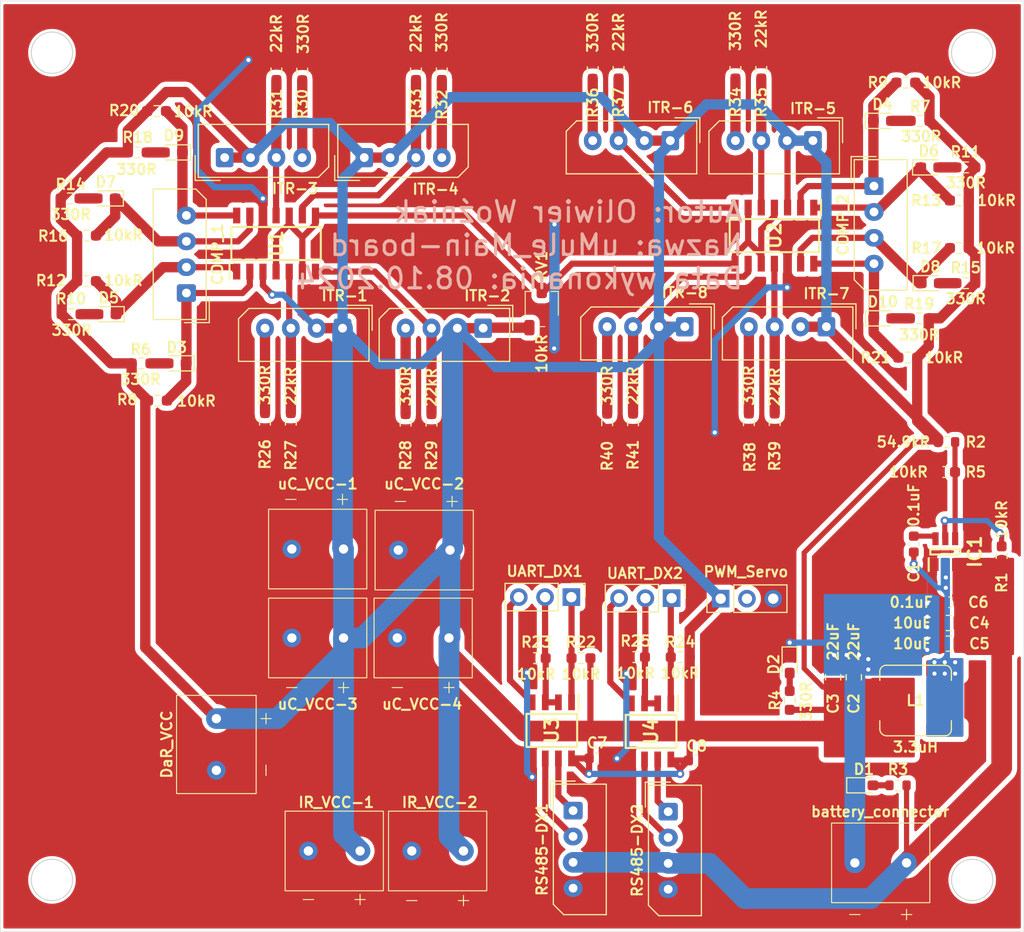
<source format=kicad_pcb>
(kicad_pcb (version 20240108) (generator "pcbnew") (generator_version "8.0")
  (layers (0 "F.Cu" signal) (31 "B.Cu" signal) (34 "B.Paste" user) (35 "F.Paste" user) (36 "B.SilkS" user "B.Silkscreen") (37 "F.SilkS" user "F.Silkscreen") (38 "B.Mask" user) (39 "F.Mask" user) (44 "Edge.Cuts" user))
  (net 0 "")
  (net 1 "Net-(IC1-VBST)")
  (net 2 "SW")
  (net 3 "GND")
  (net 4 "+5V")
  (net 5 "Przetwornica_VIN")
  (net 6 "Net-(D1-A)")
  (net 7 "Net-(D2-A)")
  (net 8 "COMP_IR_01")
  (net 9 "Net-(D3-A)")
  (net 10 "Net-(D4-A)")
  (net 11 "COMP_IR_05")
  (net 12 "COMP_IR_02")
  (net 13 "Net-(D5-A)")
  (net 14 "Net-(D6-A)")
  (net 15 "COMP_IR_06")
  (net 16 "Net-(D7-A)")
  (net 17 "COMP_IR_03")
  (net 18 "COMP_IR_07")
  (net 19 "Net-(D8-A)")
  (net 20 "Net-(D9-A)")
  (net 21 "COMP_IR_04")
  (net 22 "Net-(D10-A)")
  (net 23 "COMP_IR_08")
  (net 24 "Net-(IC1-VFB)")
  (net 25 "Net-(IC1-EN)")
  (net 26 "Net-(J2-Pin_2)")
  (net 27 "Net-(J2-Pin_1)")
  (net 28 "Net-(J2-Pin_3)")
  (net 29 "SERVO_UDAR_SIG")
  (net 30 "SIGNAL_IR_01")
  (net 31 "SIGNAL_IR_02")
  (net 32 "Net-(J5-Pin_3)")
  (net 33 "Net-(J5-Pin_1)")
  (net 34 "SIGNAL_IR_03")
  (net 35 "DX1_D+")
  (net 36 "DX1_D-")
  (net 37 "DX2_D+")
  (net 38 "DX2_D-")
  (net 39 "SIGNAL_IR_04")
  (net 40 "SIGNAL_IR_05")
  (net 41 "Net-(J5-Pin_2)")
  (net 42 "SIGNAL_IR_06")
  (net 43 "Net-(J8-Pin_4)")
  (net 44 "SIGNAL_IR_07")
  (net 45 "SIGNAL_IR_08")
  (net 46 "Net-(J14-Pin_4)")
  (net 47 "V_REF_IR")
  (net 48 "Net-(J9-Pin_4)")
  (net 49 "Net-(J13-Pin_4)")
  (net 50 "Net-(J16-Pin_4)")
  (net 51 "Net-(J7-Pin_4)")
  (net 52 "Net-(J12-Pin_4)")
  (net 53 "Net-(J15-Pin_4)")
  (footprint "Inductor_SMD:L_Bourns_SRP7028A_7.3x6.6mm" (layer "F.Cu") (at 208.525 117.65)
    (property "Reference" "L1")
    (property "Value" "3.3uH")
  )
  (footprint "Connector_Molex:Molex_SPOX_5267-04A_1x04_P2.50mm_Vertical" (layer "F.Cu") (at 141.705418 65.14127)
    (property "Reference" "J9" (hide yes))
    (property "Value" "ITR-3")
  )
  (footprint "Resistor_SMD:R_0603_1608Metric_Pad0.98x0.95mm_HandSolder" (layer "F.Cu") (at 207.5825 57.888 180)
    (property "Reference" "R9")
    (property "Value" "10kR")
  )
  (footprint "Resistor_SMD:R_0603_1608Metric_Pad0.98x0.95mm_HandSolder" (layer "F.Cu") (at 128.345 72.688)
    (property "Reference" "R16")
    (property "Value" "10kR")
  )
  (footprint "Resistor_SMD:R_0603_1608Metric_Pad0.98x0.95mm_HandSolder" (layer "F.Cu") (at 126.8575 80.288)
    (property "Reference" "R10")
    (property "Value" "330R")
  )
  (footprint "Resistor_SMD:R_0603_1608Metric_Pad0.98x0.95mm_HandSolder" (layer "F.Cu") (at 193.6 56.5875 90)
    (property "Reference" "R35")
    (property "Value" "22kR")
  )
  (footprint "LED_SMD:LED_0603_1608Metric_Pad1.05x0.95mm_HandSolder" (layer "F.Cu") (at 209.945 77.288)
    (property "Reference" "D8")
    (property "Value" "LED" (hide yes))
  )
  (footprint "User_defined_footprints:ARK 01x02 5mm" (layer "F.Cu") (at 160.9 111.6)
    (property "Reference" "J23" (hide yes))
    (property "Value" "uC_VCC-4")
  )
  (footprint "Resistor_SMD:R_0603_1608Metric_Pad0.98x0.95mm_HandSolder" (layer "F.Cu") (at 208.8825 80.688 180)
    (property "Reference" "R19")
    (property "Value" "330R")
  )
  (footprint "Capacitor_SMD:C_0805_2012Metric" (layer "F.Cu") (at 200.55 115.4 -90)
    (property "Reference" "C3")
    (property "Value" "22uF")
  )
  (footprint "Connector_Molex:Molex_SPOX_5267-04A_1x04_P2.50mm_Vertical" (layer "F.Cu") (at 166.705418 81.64127 180)
    (property "Reference" "J8" (hide yes))
    (property "Value" "ITR-2")
  )
  (footprint "Connector_Molex:Molex_SPOX_5267-04A_1x04_P2.50mm_Vertical" (layer "F.Cu") (at 155.205418 65.14127)
    (property "Reference" "J12" (hide yes))
    (property "Value" "ITR-4")
  )
  (footprint "Resistor_SMD:R_0603_1608Metric_Pad0.98x0.95mm_HandSolder" (layer "F.Cu") (at 212.7575 73.888 180)
    (property "Reference" "R17")
    (property "Value" "10kR")
  )
  (footprint "Resistor_SMD:R_0603_1608Metric_Pad0.98x0.95mm_HandSolder" (layer "F.Cu") (at 149.205418 56.75377 90)
    (property "Reference" "R30")
    (property "Value" "330R")
  )
  (footprint "Connector_PinHeader_2.54mm:PinHeader_1x03_P2.54mm_Vertical" (layer "F.Cu") (at 175.23 107.65 -90)
    (property "Reference" "J2" (hide yes))
    (property "Value" "UART_DX1")
  )
  (footprint "Resistor_SMD:R_0603_1608Metric" (layer "F.Cu") (at 206.825 125.85)
    (property "Reference" "R3")
    (property "Value" "1kR" (hide yes))
  )
  (footprint "Connector_PinHeader_2.54mm:PinHeader_1x03_P2.54mm_Vertical" (layer "F.Cu") (at 189.675 107.8 90)
    (property "Reference" "J6" (hide yes))
    (property "Value" "PWM_Servo")
  )
  (footprint "Resistor_SMD:R_0603_1608Metric_Pad0.98x0.95mm_HandSolder" (layer "F.Cu") (at 171.8375 113.55)
    (property "Reference" "R23")
    (property "Value" "10kR")
  )
  (footprint "User_defined_footprints:Potencjometr 3,2x3,4" (layer "F.Cu") (at 172.37 79.788 90)
    (property "Reference" "RV1" (hide yes))
    (property "Value" "10kR")
  )
  (footprint "Resistor_SMD:R_0603_1608Metric_Pad0.98x0.95mm_HandSolder" (layer "F.Cu") (at 185.7625 113.45)
    (property "Reference" "R24")
    (property "Value" "10kR")
  )
  (footprint "LED_SMD:LED_0603_1608Metric_Pad1.05x0.95mm_HandSolder" (layer "F.Cu") (at 130.32 80.288 180)
    (property "Reference" "D5")
    (property "Value" "LED" (hide yes))
  )
  (footprint "Resistor_SMD:R_0603_1608Metric_Pad0.98x0.95mm_HandSolder" (layer "F.Cu") (at 133.2575 64.64127)
    (property "Reference" "R18")
    (property "Value" "330R")
  )
  (footprint "Resistor_SMD:R_0603_1608Metric_Pad0.98x0.95mm_HandSolder" (layer "F.Cu") (at 161.705418 90.85377 -90)
    (property "Reference" "R29")
    (property "Value" "22kR")
  )
  (footprint "User_defined_footprints:SOT95P280X110-6N" (layer "F.Cu") (at 211.4 103.25 90)
    (property "Reference" "IC1")
    (property "Value" "TPS563201DDCR" (hide yes))
  )
  (footprint "Resistor_SMD:R_0603_1608Metric_Pad0.98x0.95mm_HandSolder" (layer "F.Cu") (at 178.7 90.8125 -90)
    (property "Reference" "R40")
    (property "Value" "330R")
  )
  (footprint "User_defined_footprints:ARK 01x02 5mm" (layer "F.Cu") (at 162.3 132.2)
    (property "Reference" "J21" (hide yes))
    (property "Value" "IR_VCC-2")
  )
  (footprint "User_defined_footprints:ARK 01x02 5mm" (layer "F.Cu") (at 150.7 111.6)
    (property "Reference" "J20" (hide yes))
    (property "Value" "uC_VCC-3")
  )
  (footprint "User_defined_footprints:ARK 01x02 5mm" (layer "F.Cu") (at 152.3 132.2)
    (property "Reference" "J17" (hide yes))
    (property "Value" "IR_VCC-1")
  )
  (footprint "Resistor_SMD:R_0603_1608Metric_Pad0.98x0.95mm_HandSolder" (layer "F.Cu") (at 207.77 84.488 180)
    (property "Reference" "R21")
    (property "Value" "10kR")
  )
  (footprint "User_defined_footprints:ARK 01x02 5mm" (layer "F.Cu") (at 161 103.1)
    (property "Reference" "J22" (hide yes))
    (property "Value" "uC_VCC-2")
  )
  (footprint "User_defined_footprints:ARK 01x02 5mm" (layer "F.Cu") (at 140.9 121.9 90)
    (property "Reference" "J18" (hide yes))
    (property "Value" "DaR_VCC")
  )
  (footprint "Resistor_SMD:R_0603_1608Metric_Pad0.98x0.95mm_HandSolder" (layer "F.Cu") (at 191.1 56.5875 90)
    (property "Reference" "R34")
    (property "Value" "330R")
  )
  (footprint "Capacitor_SMD:C_0603_1608Metric" (layer "F.Cu") (at 208.35 102.525 90)
    (property "Reference" "C1")
    (property "Value" "0.1uF")
  )
  (footprint "Resistor_SMD:R_0603_1608Metric_Pad0.98x0.95mm_HandSolder" (layer "F.Cu") (at 160.205418 56.72877 90)
    (property "Reference" "R33")
    (property "Value" "22kR")
  )
  (footprint "Resistor_SMD:R_0603_1608Metric_Pad0.98x0.95mm_HandSolder" (layer "F.Cu") (at 159.205418 90.85377 -90)
    (property "Reference" "R28")
    (property "Value" "330R")
  )
  (footprint "Resistor_SMD:R_0603_1608Metric_Pad0.98x0.95mm_HandSolder" (layer "F.Cu") (at 135.12 60.64127)
    (property "Reference" "R20")
    (property "Value" "10kR")
  )
  (footprint "Resistor_SMD:R_0603_1608Metric_Pad0.98x0.95mm_HandSolder" (layer "F.Cu") (at 146.705418 56.72877 90)
    (property "Reference" "R31")
    (property "Value" "22kR")
  )
  (footprint "Connector_Molex:Molex_SPOX_5267-04A_1x04_P2.50mm_Vertical" (layer "F.Cu") (at 175.4 128.3 -90)
    (property "Reference" "J3" (hide yes))
    (property "Value" "RS485-DX1")
  )
  (footprint "User_defined_footprints:SOIC127P600X175-8N (MAX485)" (layer "F.Cu") (at 173.345 120.538 -90)
    (property "Reference" "U3")
    (property "Value" "MAX485E" (hide yes))
  )
  (footprint "Connector_Molex:Molex_SPOX_5267-04A_1x04_P2.50mm_Vertical" (layer "F.Cu") (at 186.2 81.5 180)
    (property "Reference" "J16" (hide yes))
    (property "Value" "ITR-8")
  )
  (footprint "Resistor_SMD:R_0603_1608Metric_Pad0.98x0.95mm_HandSolder" (layer "F.Cu") (at 128.345 77.088)
    (property "Reference" "R12")
    (property "Value" "10kR")
  )
  (footprint "Connector_Molex:Molex_SPOX_5267-04A_1x04_P2.50mm_Vertical" (layer "F.Cu") (at 138.005418 78.24127 90)
    (property "Reference" "J10" (hide yes))
    (property "Value" "COMP_1")
  )
  (footprint "User_defined_footprints:SOIC127P600X175-14N" (layer "F.Cu") (at 146.675418 73.45327 90)
    (property "Reference" "U1")
    (property "Value" "LM2901" (hide yes))
  )
  (footprint "LED_SMD:LED_0603_1608Metric_Pad1.05x0.95mm_HandSolder" (layer "F.Cu") (at 130.245 69.088 180)
    (property "Reference" "D7")
    (property "Value" "LED" (hide yes))
  )
  (footprint "Resistor_SMD:R_0603_1608Metric_Pad0.98x0.95mm_HandSolder" (layer "F.Cu") (at 148.105418 90.75377 -90)
    (property "Reference" "R27")
    (property "Value" "22kR")
  )
  (footprint "Resistor_SMD:R_0603_1608Metric_Pad0.98x0.95mm_HandSolder" (layer "F.Cu") (at 192.4 90.8005 -90)
    (property "Reference" "R38")
    (property "Value" "330R")
  )
  (footprint "Resistor_SMD:R_0603_1608Metric_Pad0.98x0.95mm_HandSolder" (layer "F.Cu") (at 212.7575 69.288 180)
    (property "Reference" "R13")
    (property "Value" "10kR")
  )
  (footprint "Resistor_SMD:R_0603_1608Metric_Pad0.98x0.95mm_HandSolder" (layer "F.Cu") (at 135.205418 88.64127)
    (property "Reference" "R8")
    (property "Value" "10kR")
  )
  (footprint "Resistor_SMD:R_0603_1608Metric" (layer "F.Cu") (at 211.525 92.65 180)
    (property "Reference" "R2")
    (property "Value" "54.9kR")
  )
  (footprint "Connector_Molex:Molex_SPOX_5267-04A_1x04_P2.50mm_Vertical" (layer "F.Cu") (at 199.9 81.5 180)
    (property "Reference" "J15" (hide yes))
    (property "Value" "ITR-7")
  )
  (footprint "Resistor_SMD:R_0603_1608Metric_Pad0.98x0.95mm_HandSolder" (layer "F.Cu") (at 181.4375 113.45)
    (property "Reference" "R25")
    (property "Value" "10kR")
  )
  (footprint "Resistor_SMD:R_0603_1608Metric_Pad0.98x0.95mm_HandSolder" (layer "F.Cu") (at 162.705418 56.72877 90)
    (property "Reference" "R32")
    (property "Value" "330R")
  )
  (footprint "Resistor_SMD:R_0603_1608Metric_Pad0.98x0.95mm_HandSolder" (layer "F.Cu") (at 133.617918 85.04127)
    (property "Reference" "R6")
    (property "Value" "330R")
  )
  (footprint "Resistor_SMD:R_0603_1608Metric_Pad0.98x0.95mm_HandSolder" (layer "F.Cu") (at 126.7575 69.088)
    (property "Reference" "R14")
    (property "Value" "330R")
  )
  (footprint "User_defined_footprints:SOIC127P600X175-8N (MAX485)" (layer "F.Cu") (at 182.945 120.638 -90)
    (property "Reference" "U4")
    (property "Value" "MAX485E" (hide yes))
  )
  (footprint "Resistor_SMD:R_0603_1608Metric_Pad0.98x0.95mm_HandSolder" (layer "F.Cu") (at 177.3 56.6125 90)
    (property "Reference" "R36")
    (property "Value" "330R")
  )
  (footprint "Connector_Molex:Molex_SPOX_5267-04A_1x04_P2.50mm_Vertical" (layer "F.Cu") (at 184.6 128.4 -90)
    (property "Reference" "J4" (hide yes))
    (property "Value" "RS485-DX2")
  )
  (footprint "LED_SMD:LED_0603_1608Metric_Pad1.05x0.95mm_HandSolder" (layer "F.Cu") (at 203.525 125.85)
    (property "Reference" "D1")
    (property "Value" "LED" (hide yes))
  )
  (footprint "LED_SMD:LED_0603_1608Metric_Pad1.05x0.95mm_HandSolder" (layer "F.Cu") (at 205.32 61.588)
    (property "Reference" "D4")
    (property "Value" "LED" (hide yes))
  )
  (footprint "Resistor_SMD:R_0603_1608Metric_Pad0.98x0.95mm_HandSolder" (layer "F.Cu") (at 213.3825 77.288 180)
    (property "Reference" "R15")
    (property "Value" "330R")
  )
  (footprint "LED_SMD:LED_0603_1608Metric_Pad1.05x0.95mm_HandSolder" (layer "F.Cu") (at 205.345 80.688)
    (property "Reference" "D10")
    (property "Value" "LED" (hide yes))
  )
  (footprint "Connector_Molex:Molex_SPOX_5267-04A_1x04_P2.50mm_Vertical" (layer "F.Cu") (at 153.105418 81.64127 180)
    (property "Reference" "J7" (hide yes))
    (property "Value" "ITR-1")
  )
  (footprint "User_defined_footprints:ARK 01x02 5mm" (layer "F.Cu") (at 150.7 103)
    (property "Reference" "J19" (hide yes))
    (property "Value" "uC_VCC-1")
  )
  (footprint "LED_SMD:LED_0603_1608Metric_Pad1.05x0.95mm_HandSolder" (layer "F.Cu") (at 209.895 66.088)
    (property "Reference" "D6")
    (property "Value" "LED" (hide yes))
  )
  (footprint "Resistor_SMD:R_0603_1608Metric_Pad0.98x0.95mm_HandSolder" (layer "F.Cu") (at 216.85 103.65 -90)
    (property "Reference" "R1")
    (property "Value" "10kR")
  )
  (footprint "Resistor_SMD:R_0603_1608Metric_Pad0.98x0.95mm_HandSolder" (layer "F.Cu") (at 208.9575 61.588 180)
    (property "Reference" "R7")
    (property "Value" "330R")
  )
  (footprint "Connector_PinHeader_2.54mm:PinHeader_1x03_P2.54mm_Vertical" (layer "F.Cu") (at 184.93 107.75 -90)
    (property "Reference" "J5" (hide yes))
    (property "Value" "UART_DX2")
  )
  (footprint "Connector_Molex:Molex_SPOX_5267-04A_1x04_P2.50mm_Vertical" (layer "F.Cu") (at 204.5 67.9 -90)
    (property "Reference" "J11" (hide yes))
    (property "Value" "COMP_2")
  )
  (footprint "Capacitor_SMD:C_0805_2012Metric" (layer "F.Cu") (at 211.75 110.15 180)
    (property "Reference" "C4")
    (property "Value" "10uF")
  )
  (footprint "Resistor_SMD:R_0603_1608Metric_Pad0.98x0.95mm_HandSolder" (layer "F.Cu") (at 145.605418 90.75377 -90)
    (property "Reference" "R26")
    (property "Value" "330R")
  )
  (footprint "Capacitor_SMD:C_0603_1608Metric" (layer "F.Cu") (at 177.725 123.25 180)
    (property "Reference" "C7")
    (property "Value" "0.1uF" (hide yes))
  )
  (footprint "Connector_Molex:Molex_SPOX_5267-04A_1x04_P2.50mm_Vertical" (layer "F.Cu") (at 198.6 63.5 180)
    (property "Reference" "J13" (hide yes))
    (property "Value" "ITR-5")
  )
  (footprint "Resistor_SMD:R_0603_1608Metric_Pad0.98x0.95mm_HandSolder" (layer "F.Cu") (at 176.1625 113.55)
    (property "Reference" "R22")
    (property "Value" "10kR")
  )
  (footprint "Resistor_SMD:R_0603_1608Metric_Pad0.98x0.95mm_HandSolder" (layer "F.Cu") (at 213.3825 66.088 180)
    (property "Reference" "R11")
    (property "Value" "330R")
  )
  (footprint "Capacitor_SMD:C_0603_1608Metric" (layer "F.Cu") (at 211.875 108.15 180)
    (property "Reference" "C6")
    (property "Value" "0.1uF")
  )
  (footprint "Resistor_SMD:R_0603_1608Metric_Pad0.98x0.95mm_HandSolder" (layer "F.Cu") (at 211.425 95.55)
    (property "Reference" "R5")
    (property "Value" "10kR")
  )
  (footprint "Connector_Molex:Molex_SPOX_5267-04A_1x04_P2.50mm_Vertical" (layer "F.Cu") (at 184.8 63.5 180)
    (property "Reference" "J14" (hide yes))
    (property "Value" "ITR-6")
  )
  (footprint "Resistor_SMD:R_0603_1608Metric_Pad0.98x0.95mm_HandSolder" (layer "F.Cu") (at 196.35 117.6375 -90)
    (property "Reference" "R4")
    (property "Value" "330R")
  )
  (footprint "User_defined_footprints:ARK 01x02 5mm" (layer "F.Cu") (at 205.15 133.35)
    (property "Reference" "J1" (hide yes))
    (property "Value" "battery_connector")
  )
  (footprint "Capacitor_SMD:C_0603_1608Metric" (layer "F.Cu") (at 187.325 123.45 180)
    (property "Reference" "C8")
    (property "Value" "0.1uF" (hide yes))
  )
  (footprint "Resistor_SMD:R_0603_1608Metric_Pad0.98x0.95mm_HandSolder" (layer "F.Cu") (at 181.2 90.8125 -90)
    (property "Reference" "R41")
    (property "Value" "22kR")
  )
  (footprint "LED_SMD:LED_0603_1608Metric_Pad1.05x0.95mm_HandSolder" (layer "F.Cu") (at 136.745 64.64127 180)
    (property "Reference" "D9")
    (property "Value" "LED" (hide yes))
  )
  (footprint "LED_SMD:LED_0603_1608Metric_Pad1.05x0.95mm_HandSolder" (layer "F.Cu") (at 137.105418 85.04127 180)
    (property "Reference" "D3")
    (property "Value" "LED" (hide yes))
  )
  (footprint "User_defined_footprints:SOIC127P600X175-14N" (layer "F.Cu") (at 194.87 72.688 -90)
    (property "Reference" "U2")
    (property "Value" "LM2901" (hide yes))
  )
  (footprint "Capacitor_SMD:C_0805_2012Metric" (layer "F.Cu") (at 202.55 115.4 -90)
    (property "Reference" "C2")
    (property "Value" "22uF")
  )
  (footprint "Capacitor_SMD:C_0805_2012Metric" (layer "F.Cu") (at 211.75 112.15 180)
    (property "Reference" "C5")
    (property "Value" "10uF")
  )
  (footprint "LED_SMD:LED_0603_1608Metric_Pad1.05x0.95mm_HandSolder" (layer "F.Cu") (at 196.35 114.125 -90)
    (property "Reference" "D2")
    (property "Value" "LED" (hide yes))
  )
  (footprint "Resistor_SMD:R_0603_1608Metric_Pad0.98x0.95mm_HandSolder" (layer "F.Cu") (at 179.8 56.5875 90)
    (property "Reference" "R37")
    (property "Value" "22kR")
  )
  (footprint "Resistor_SMD:R_0603_1608Metric_Pad0.98x0.95mm_HandSolder" (layer "F.Cu") (at 194.9 90.8005 -90)
    (property "Reference" "R39")
    (property "Value" "22kR")
  )
  (gr_line (start 146.2 119.4) (end 145.2 119.4) (stroke (width 0.1)) (layer "F.SilkS"))
  (gr_line (start 154.3 136.9) (end 155.3 136.9) (stroke (width 0.1)) (layer "F.SilkS"))
  (gr_line (start 159.3 137) (end 160.3 137) (stroke (width 0.1)) (layer "F.SilkS"))
  (gr_line (start 152.6 98.2) (end 153.6 98.2) (stroke (width 0.1)) (layer "F.SilkS"))
  (gr_line (start 152.7 116.4) (end 153.7 116.4) (stroke (width 0.1)) (layer "F.SilkS"))
  (gr_line (start 158.2 98.4) (end 159.2 98.4) (stroke (width 0.1)) (layer "F.SilkS"))
  (gr_line (start 163.2 98.4) (end 164.2 98.4) (stroke (width 0.1)) (layer "F.SilkS"))
  (gr_line (start 207.65 138.85) (end 207.65 137.85) (stroke (width 0.1)) (layer "F.SilkS"))
  (gr_line (start 153.1 98.7) (end 153.1 97.7) (stroke (width 0.1)) (layer "F.SilkS"))
  (gr_line (start 154.8 137.4) (end 154.8 136.4) (stroke (width 0.1)) (layer "F.SilkS"))
  (gr_line (start 145.7 119.9) (end 145.7 118.9) (stroke (width 0.1)) (layer "F.SilkS"))
  (gr_line (start 164.8 137.5) (end 164.8 136.5) (stroke (width 0.1)) (layer "F.SilkS"))
  (gr_line (start 163.7 98.9) (end 163.7 97.9) (stroke (width 0.1)) (layer "F.SilkS"))
  (gr_line (start 149.3 136.9) (end 150.3 136.9) (stroke (width 0.1)) (layer "F.SilkS"))
  (gr_line (start 163.4 116.9) (end 163.4 115.9) (stroke (width 0.1)) (layer "F.SilkS"))
  (gr_line (start 157.9 116.4) (end 158.9 116.4) (stroke (width 0.1)) (layer "F.SilkS"))
  (gr_line (start 147.6 98.2) (end 148.6 98.2) (stroke (width 0.1)) (layer "F.SilkS"))
  (gr_line (start 207.15 138.35) (end 208.15 138.35) (stroke (width 0.1)) (layer "F.SilkS"))
  (gr_line (start 153.2 116.9) (end 153.2 115.9) (stroke (width 0.1)) (layer "F.SilkS"))
  (gr_line (start 202.15 138.35) (end 203.15 138.35) (stroke (width 0.1)) (layer "F.SilkS"))
  (gr_line (start 147.7 116.4) (end 148.7 116.4) (stroke (width 0.1)) (layer "F.SilkS"))
  (gr_line (start 145.7 124.9) (end 145.7 123.9) (stroke (width 0.1)) (layer "F.SilkS"))
  (gr_line (start 164.3 137) (end 165.3 137) (stroke (width 0.1)) (layer "F.SilkS"))
  (gr_line (start 162.9 116.4) (end 163.9 116.4) (stroke (width 0.1)) (layer "F.SilkS"))
  (gr_circle (center 214 55) (end 216 55) (stroke (width 0.1)) (fill none) (layer "Edge.Cuts"))
  (gr_circle (center 125 55) (end 127 55) (stroke (width 0.1)) (fill none) (layer "Edge.Cuts"))
  (gr_circle (center 214 135) (end 216 135) (stroke (width 0.1)) (fill none) (layer "Edge.Cuts"))
  (gr_circle (center 125 135) (end 127 135) (stroke (width 0.1)) (fill none) (layer "Edge.Cuts"))
  (gr_rect (start 120 50) (end 219 140) (stroke (width 0.05)) (fill none) (layer "Edge.Cuts"))
  (gr_text "Autor: Oliwier Woźniak\nNazwa: uMule_Main-board\nData wykonania: 08.10.2024\n" (at 192 78 0) (layer "B.SilkS") (effects (font (size 2 2) (thickness 0.3)) (justify left bottom mirror)))
  (segment (start 210.2 101.75) (end 210.45 102) (width 0.5) (layer "F.Cu") (net 1))
  (segment (start 208.35 101.75) (end 210.2 101.75) (width 0.5) (layer "F.Cu") (net 1))
  (segment (start 211.45 105.75) (end 211.45 106.75) (width 0.6) (layer "F.Cu") (net 2))
  (segment (start 211.35 115.05) (end 210.35 115.05) (width 0.127) (layer "F.Cu") (net 2))
  (segment (start 210.35 116.75) (end 210.35 115.05) (width 0.25) (layer "F.Cu") (net 2))
  (segment (start 211.4 104.5) (end 211.4 105.7) (width 0.6) (layer "F.Cu") (net 2))
  (segment (start 211.35 113.95) (end 212.35 113.95) (width 0.127) (layer "F.Cu") (net 2))
  (segment (start 210.35 115.05) (end 210.35 113.95) (width 0.127) (layer "F.Cu") (net 2))
  (segment (start 208.35 103.3) (end 208.35 104.45) (width 0.5) (layer "F.Cu") (net 2))
  (segment (start 210.35 113.95) (end 211.35 113.95) (width 0.127) (layer "F.Cu") (net 2))
  (segment (start 212.35 115.05) (end 211.35 115.05) (width 0.127) (layer "F.Cu") (net 2))
  (segment (start 212.35 113.95) (end 212.35 115.05) (width 0.127) (layer "F.Cu") (net 2))
  (segment (start 211.25 117.65) (end 210.35 116.75) (width 0.25) (layer "F.Cu") (net 2))
  (segment (start 211.4 105.7) (end 211.45 105.75) (width 0.6) (layer "F.Cu") (net 2))
  (via (at 210.35 115.05) (size 0.8) (drill 0.4) (layers "F.Cu" "B.Cu") (net 2))
  (via (at 211.35 115.05) (size 0.8) (drill 0.4) (layers "F.Cu" "B.Cu") (net 2))
  (via (at 212.35 115.05) (size 0.8) (drill 0.4) (layers "F.Cu" "B.Cu") (net 2))
  (via (at 211.35 113.95) (size 0.8) (drill 0.4) (layers "F.Cu" "B.Cu") (net 2))
  (via (at 210.35 113.95) (size 0.8) (drill 0.4) (layers "F.Cu" "B.Cu") (net 2))
  (via (at 212.35 113.95) (size 0.8) (drill 0.4) (layers "F.Cu" "B.Cu") (net 2))
  (via (at 211.45 105.75) (size 0.8) (drill 0.4) (layers "F.Cu" "B.Cu") (net 2))
  (via (at 211.45 106.75) (size 0.8) (drill 0.4) (layers "F.Cu" "B.Cu") (net 2))
  (via (at 208.35 104.45) (size 0.8) (drill 0.4) (layers "F.Cu" "B.Cu") (net 2))
  (segment (start 210.65 106.75) (end 211.45 106.75) (width 0.5) (layer "B.Cu") (net 2))
  (segment (start 208.35 104.45) (end 210.65 106.75) (width 0.5) (layer "B.Cu") (net 2))
  (segment (start 211.45 113.85) (end 211.35 113.95) (width 0.25) (layer "B.Cu") (net 2))
  (segment (start 211.45 106.75) (end 211.45 113.85) (width 0.25) (layer "B.Cu") (net 2))
  (segment (start 192.75 123.45) (end 202.65 133.35) (width 0.6) (layer "F.Cu") (net 3))
  (segment (start 209.65 108.25) (end 211 108.25) (width 1) (layer "F.Cu") (net 3))
  (segment (start 145.405418 69.105418) (end 145.4 69.1) (width 0.6) (layer "F.Cu") (net 3))
  (segment (start 179.65 123.25) (end 180.94 123.25) (width 0.6) (layer "F.Cu") (net 3))
  (segment (start 162.821688 55.7) (end 162.705418 55.81627) (width 1) (layer "F.Cu") (net 3))
  (segment (start 170.3 55.7) (end 162.821688 55.7) (width 1) (layer "F.Cu") (net 3))
  (segment (start 148.2 111.6) (end 148.2 117.1) (width 2) (layer "F.Cu") (net 3))
  (segment (start 145.405418 70.74127) (end 145.405418 69.105418) (width 0.6) (layer "F.Cu") (net 3))
  (segment (start 149.180418 55.81627) (end 149.205418 55.84127) (width 1) (layer "F.Cu") (net 3))
  (segment (start 148.2 117.1) (end 140.9 124.4) (width 2) (layer "F.Cu") (net 3))
  (segment (start 177.3 55.7) (end 170.3 55.7) (width 1) (layer "F.Cu") (net 3))
  (segment (start 191.287 91.713) (end 191.275 91.725) (width 1) (layer "F.Cu") (net 3))
  (segment (start 158.5 111.5) (end 158.4 111.6) (width 2) (layer "F.Cu") (net 3))
  (segment (start 153.3 55.84127) (end 149.205418 55.84127) (width 1) (layer "F.Cu") (net 3))
  (segment (start 178.7 91.725) (end 177.025 91.725) (width 1) (layer "F.Cu") (net 3))
  (segment (start 170.3 55.7) (end 170.3 68.3) (width 1) (layer "F.Cu") (net 3))
  (segment (start 144.11627 55.81627) (end 146.705418 55.81627) (width 0.6) (layer "F.Cu") (net 3))
  (segment (start 210.45 107.5) (end 211.1 108.15) (width 0.25) (layer "F.Cu") (net 3))
  (segment (start 210.45 104.5) (end 210.45 107.5) (width 0.25) (layer "F.Cu") (net 3))
  (segment (start 189.1 91.725) (end 181.2 91.725) (width 1) (layer "F.Cu") (net 3))
  (segment (start 202.55 103.5125) (end 202.55 114.45) (width 0.5) (layer "F.Cu") (net 3))
  (segment (start 171.44 125.05) (end 171.44 131.84) (width 0.6) (layer "F.Cu") (net 3))
  (segment (start 211 108.25) (end 211.1 108.15) (width 1) (layer "F.Cu") (net 3))
  (segment (start 158.4 111.6) (end 158.4 130.8) (width 2) (layer "F.Cu") (net 3))
  (segment (start 202.55 114.45) (end 203.75 114.45) (width 0.5) (layer "F.Cu") (net 3))
  (segment (start 191.1 55.675) (end 193.6 55.675) (width 1) (layer "F.Cu") (net 3))
  (segment (start 192.4 91.713) (end 191.287 91.713) (width 1) (layer "F.Cu") (net 3))
  (segment (start 158.4 123.6) (end 158.4 111.6) (width 2) (layer "F.Cu") (net 3))
  (segment (start 191.275 91.725) (end 189.1 91.725) (width 1) (layer "F.Cu") (net 3))
  (segment (start 210.5125 95.55) (end 202.55 103.5125) (width 0.5) (layer "F.Cu") (net 3))
  (segment (start 196.35 112.05) (end 196.35 109.395) (width 0.6) (layer "F.Cu") (net 3))
  (segment (start 171.44 123.25) (end 171.44 125.05) (width 0.6) (layer "F.Cu") (net 3))
  (segment (start 181.04 123.35) (end 181.04 132.34) (width 0.6) (layer "F.Cu") (net 3))
  (segment (start 202.65 133.35) (end 202.65 125.85) (width 0.5) (layer "F.Cu") (net 3))
  (segment (start 175.5 135.9) (end 175.4 135.8) (width 2) (layer "F.Cu") (net 3))
  (segment (start 191.1 55.675) (end 179.8 55.675) (width 1) (layer "F.Cu") (net 3))
  (segment (start 178.5 123.25) (end 179.65 123.25) (width 0.6) (layer "F.Cu") (net 3))
  (segment (start 203.75 114.45) (end 203.95 114.65) (width 0.5) (layer "F.Cu") (net 3))
  (segment (start 161.705418 91.76627) (end 159.8 91.76627) (width 1) (layer "F.Cu") (net 3))
  (segment (start 158.5 96.96627) (end 153.2 91.66627) (width 2) (layer "F.Cu") (net 3))
  (segment (start 196.35 113.25) (end 196.35 112.05) (width 0.6) (layer "F.Cu") (net 3))
  (segment (start 144 55.7) (end 144.11627 55.81627) (width 0.6) (layer "F.Cu") (net 3))
  (segment (start 146.705418 55.81627) (end 149.180418 55.81627) (width 1) (layer "F.Cu") (net 3))
  (segment (start 196.35 109.395) (end 194.755 107.8) (width 0.6) (layer "F.Cu") (net 3))
  (segment (start 184.6 135.9) (end 175.5 135.9) (width 2) (layer "F.Cu") (net 3))
  (segment (start 196.14 77.66) (end 196.1 77.7) (width 0.6) (layer "F.Cu") (net 3))
  (segment (start 149.8 132.2) (end 148.7 132.2) (width 2) (layer "F.Cu") (net 3))
  (segment (start 209.65 110.55) (end 209.65 111.65) (width 1) (layer "F.Cu") (net 3))
  (segment (start 149.8 132.2) (end 158.4 123.6) (width 2) (layer "F.Cu") (net 3))
  (segment (start 162.705418 55.81627) (end 160.205418 55.81627) (width 1) (layer "F.Cu") (net 3))
  (segment (start 200.1 135.9) (end 184.6 135.9) (width 2) (layer "F.Cu") (net 3))
  (segment (start 170.3 68.3) (end 173.6 71.6) (width 1) (layer "F.Cu") (net 3))
  (segment (start 148.105418 91.66627) (end 153.2 91.66627) (width 1) (layer "F.Cu") (net 3))
  (segment (start 159.51627 55.81627) (end 159.49127 55.84127) (width 1) (layer "F.Cu") (net 3))
  (segment (start 177.325 55.675) (end 177.3 55.7) (width 1) (layer "F.Cu") (net 3))
  (segment (start 159.7 91.66627) (end 159.8 91.76627) (width 1) (layer "F.Cu") (net 3))
  (segment (start 188.1 123.45) (end 192.75 123.45) (width 0.6) (layer "F.Cu") (net 3))
  (segment (start 176.98373 91.76627) (end 161.705418 91.76627) (width 1) (layer "F.Cu") (net 3))
  (segment (start 196.14 75.4) (end 196.14 77.66) (width 0.6) (layer "F.Cu") (net 3))
  (segment (start 159.8 91.76627) (end 159.205418 91.76627) (width 1) (layer "F.Cu") (net 3))
  (segment (start 153.2 91.66627) (end 159.7 91.66627) (width 1) (layer "F.Cu") (net 3))
  (segment (start 209.65 111.65) (end 209.65 112.75) (width 1) (layer "F.Cu") (net 3))
  (segment (start 180.94 123.25) (end 181.04 123.35) (width 0.6) (layer "F.Cu") (net 3))
  (segment (start 210.4 110.55) (end 210.8 110.15) (width 1) (layer "F.Cu") (net 3))
  (segment (start 159.49127 55.84127) (end 153.3 55.84127) (width 1) (layer "F.Cu") (net 3))
  (segment (start 148.2 103) (end 148.2 96.66627) (width 2) (layer "F.Cu") (net 3))
  (segment (start 170.925 114.925) (end 170.95 114.95) (width 0.6) (layer "F.Cu") (net 3))
  (segment (start 180.525 115.025) (end 180.55 115.05) (width 0.6) (layer "F.Cu") (net 3))
  (segment (start 148.7 132.2) (end 140.9 124.4) (width 2) (layer "F.Cu") (net 3))
  (segment (start 194.9 91.713) (end 192.4 91.713) (width 1) (layer "F.Cu") (net 3))
  (segment (start 203.95 113.65) (end 207.65 113.65) (width 1) (layer "F.Cu") (net 3))
  (segment (start 173.57 86.595) (end 178.7 91.725) (width 1) (layer "F.Cu") (net 3))
  (segment (start 200.55 114.45) (end 202.55 114.45) (width 0.5) (layer "F.Cu") (net 3))
  (segment (start 158.5 103.1) (end 158.5 96.96627) (width 2) (layer "F.Cu") (net 3))
  (segment (start 163.4 135.8) (end 159.8 132.2) (width 2) (layer "F.Cu") (net 3))
  (segment (start 160.205418 55.81627) (end 159.51627 55.81627) (width 1) (layer "F.Cu") (net 3))
  (segment (start 173.57 83.6) (end 173.57 86.595) (width 1) (layer "F.Cu") (net 3))
  (segment (start 173.57 81.588) (end 173.57 83.6) (width 1) (layer "F.Cu") (net 3))
  (segment (start 145.605418 91.66627) (end 148.105418 91.66627) (width 1) (layer "F.Cu") (net 3))
  (segment (start 184.5 135.8) (end 184.6 135.9) (width 0.6) (layer "F.Cu") (net 3))
  (segment (start 209.65 108.25) (end 209.65 109.55) (width 1) (layer "F.Cu") (net 3))
  (segment (start 171.44 131.84) (end 175.4 135.8) (width 0.6) (layer "F.Cu") (net 3))
  (segment (start 158.4 130.8) (end 159.8 132.2) (width 2) (layer "F.Cu") (net 3))
  (segment (start 180.525 113.45) (end 180.525 115.025) (width 0.6) (layer "F.Cu") (net 3))
  (segment (start 207.65 113.65) (end 209.65 111.65) (width 1) (layer "F.Cu") (net 3))
  (segment (start 211.1 109.85) (end 210.8 110.15) (width 0.25) (layer "F.Cu") (net 3))
  (segment (start 209.65 110.55) (end 210.4 110.55) (width 1) (layer "F.Cu") (net 3))
  (segment (start 210.8 110.15) (end 210.8 112.15) (width 0.25) (layer "F.Cu") (net 3))
  (segment (start 177.025 91.725) (end 176.98373 91.76627) (width 1) (layer "F.Cu") (net 3))
  (segment (start 148.2 111.6) (end 148.2 103) (width 2) (layer "F.Cu") (net 3))
  (segment (start 179.8 55.675) (end 177.325 55.675) (width 1) (layer "F.Cu") (net 3))
  (segment (start 170.925 113.55) (end 170.925 114.925) (width 0.6) (layer "F.Cu") (net 3))
  (segment (start 181.04 132.34) (end 184.6 135.9) (width 0.6) (layer "F.Cu") (net 3))
  (segment (start 148.2 96.66627) (end 153.2 91.66627) (width 2) (layer "F.Cu") (net 3))
  (segment (start 158.5 103.1) (end 158.5 111.5) (width 2) (layer "F.Cu") (net 3))
  (segment (start 175.4 135.8) (end 163.4 135.8) (width 2) (layer "F.Cu") (net 3))
  (segment (start 202.65 133.35) (end 200.1 135.9) (width 2) (layer "F.Cu") (net 3))
  (segment (start 211.1 108.15) (end 211.1 109.85) (width 0.25) (layer "F.Cu") (net 3))
  (segment (start 181.2 91.725) (end 178.7 91.725) (width 1) (layer "F.Cu") (net 3))
  (segment (start 209.65 108.25) (end 209.65 110.55) (width 1) (layer "F.Cu") (net 3))
  (via (at 209.65 110.55) (size 0.8) (drill 0.4) (layers "F.Cu" "B.Cu") (net 3))
  (via (at 209.65 109.55) (size 0.8) (drill 0.4) (layers "F.Cu" "B.Cu") (net 3))
  (via (at 203.95 113.65) (size 0.8) (drill 0.4) (layers "F.Cu" "B.Cu") (net 3))
  (via (at 170.95 114.95) (size 0.8) (drill 0.4) (layers "F.Cu" "B.Cu") (net 3))
  (via (at 209.65 112.75) (size 0.8) (drill 0.4) (layers "F.Cu" "B.Cu") (net 3))
  (via (at 209.65 108.25) (size 0.8) (drill 0.4) (layers "F.Cu" "B.Cu") (net 3))
  (via (at 171.44 125.05) (size 0.8) (drill 0.4) (layers "F.Cu" "B.Cu") (net 3))
  (via (at 196.35 112.05) (size 0.8) (drill 0.4) (layers "F.Cu" "B.Cu") (net 3))
  (via (at 173.57 83.6) (size 0.8) (drill 0.4) (layers "F.Cu" "B.Cu") (net 3))
  (via (at 200.65 113.25) (size 0.8) (drill 0.4) (layers "F.Cu" "B.Cu") (net 3))
  (via (at 189.1 91.725) (size 0.8) (drill 0.4) (layers "F.Cu" "B.Cu") (net 3))
  (via (at 173.6 71.6) (size 0.8) (drill 0.4) (layers "F.Cu" "B.Cu") (net 3))
  (via (at 203.95 114.65) (size 0.8) (drill 0.4) (layers "F.Cu" "B.Cu") (net 3))
  (via (at 201.85 113.25) (size 0.8) (drill 0.4) (layers "F.Cu" "B.Cu") (net 3))
  (via (at 145.4 69.1) (size 0.8) (drill 0.4) (layers "F.Cu" "B.Cu") (net 3))
  (via (at 209.65 111.65) (size 0.8) (drill 0.4) (layers "F.Cu" "B.Cu") (net 3))
  (via (at 179.65 123.25) (size 0.8) (drill 0.4) (layers "F.Cu" "B.Cu") (net 3))
  (via (at 144 55.7) (size 0.8) (drill 0.4) (layers "F.Cu" "B.Cu") (net 3))
  (via (at 180.55 115.05) (size 0.8) (drill 0.4) (layers "F.Cu" "B.Cu") (net 3))
  (via (at 203.05 113.25) (size 0.8) (drill 0.4) (layers "F.Cu" "B.Cu") (net 3))
  (via (at 196.1 77.7) (size 0.8) (drill 0.4) (layers "F.Cu" "B.Cu") (net 3))
  (segment (start 196.1 77.7) (end 194.215812 77.7) (width 0.6) (layer "B.Cu") (net 3))
  (segment (start 180.55 122.35) (end 179.65 123.25) (width 0.6) (layer "B.Cu") (net 3))
  (segment (start 203.55 113.25) (end 203.95 113.65) (width 0.5) (layer "B.Cu") (net 3))
  (segment (start 144 55.7) (end 139 60.7) (width 0.6) (layer "B.Cu") (net 3))
  (segment (start 180.55 115.05) (end 180.55 122.35) (width 0.6) (layer "B.Cu") (net 3))
  (segment (start 189.1 82.815812) (end 189.1 91.725) (width 0.6) (layer "B.Cu") (net 3))
  (segment (start 203.95 114.65) (end 203.95 113.65) (width 0.5) (layer "B.Cu") (net 3))
  (segment (start 144.3 68) (end 145.4 69.1) (width 0.6) (layer "B.Cu") (net 3))
  (segment (start 139 60.7) (end 139 66.3) (width 0.6) (layer "B.Cu") (net 3))
  (segment (start 200.65 112.05) (end 201.85 113.25) (width 0.6) (layer "B.Cu") (net 3))
  (segment (start 201.85 113.25) (end 200.65 113.25) (width 0.5) (layer "B.Cu") (net 3))
  (segment (start 139 66.3) (end 140.7 68) (width 0.6) (layer "B.Cu") (net 3))
  (segment (start 194.215812 77.7) (end 189.1 82.815812) (width 0.6) (layer "B.Cu") (net 3))
  (segment (start 170.95 114.95) (end 170.95 124.56) (width 0.6) (layer "B.Cu") (net 3))
  (segment (start 140.7 68) (end 144.3 68) (width 0.6) (layer "B.Cu") (net 3))
  (segment (start 203.05 113.25) (end 203.55 113.25) (width 0.5) (layer "B.Cu") (net 3))
  (segment (start 173.6 83.57) (end 173.57 83.6) (width 1) (layer "B.Cu") (net 3))
  (segment (start 203.05 113.25) (end 201.85 113.25) (width 0.5) (layer "B.Cu") (net 3))
  (segment (start 202.65 113.65) (end 203.05 113.25) (width 2) (layer "B.Cu") (net 3))
  (segment (start 170.95 124.56) (end 171.44 125.05) (width 0.6) (layer "B.Cu") (net 3))
  (segment (start 173.6 71.6) (end 173.6 83.57) (width 1) (layer "B.Cu") (net 3))
  (segment (start 202.65 133.35) (end 202.65 113.65) (width 2) (layer "B.Cu") (net 3))
  (segment (start 196.35 112.05) (end 200.65 112.05) (width 0.6) (layer "B.Cu") (net 3))
  (segment (start 145.405418 76.16527) (end 145.405418 77.505418) (width 0.6) (layer "F.Cu") (net 4))
  (segment (start 134.025824 88.374176) (end 134.025824 112.525824) (width 1) (layer "F.Cu") (net 4))
  (segment (start 184.95 123.45) (end 184.85 123.35) (width 0.6) (layer "F.Cu") (net 4))
  (segment (start 208.6825 90.6325) (end 210.7 92.65) (width 1) (layer "F.Cu") (net 4))
  (segment (start 196.14 63.54) (end 196.1 63.5) (width 0.6) (layer "F.Cu") (net 4))
  (segment (start 166.758688 81.588) (end 166.705418 81.64127) (width 1) (layer "F.Cu") (net 4))
  (segment (start 205.8 117.65) (end 204.5 116.35) (width 0.5) (layer "F.Cu") (net 4))
  (segment (start 137.9 58.8) (end 136.04877 58.8) (width 1) (layer "F.Cu") (net 4))
  (segment (start 132.705418 87.05377) (end 132.705418 85.04127) (width 1) (layer "F.Cu") (net 4))
  (segment (start 213.67 69.288) (end 213.67 66.713) (width 1) (layer "F.Cu") (net 4))
  (segment (start 177.075 123.125) (end 176.95 123.25) (width 0.6) (layer "F.Cu") (net 4))
  (segment (start 144.205418 65.14127) (end 144.205418 65.105418) (width 1) (layer "F.Cu") (net 4))
  (segment (start 208.6825 84.488) (end 208.6825 90.6325) (width 1) (layer "F.Cu") (net 4))
  (segment (start 214.295 66.013) (end 209.87 61.588) (width 1) (layer "F.Cu") (net 4))
  (segment (start 202.55 116.35) (end 200.55 116.35) (width 0.5) (layer "F.Cu") (net 4))
  (segment (start 214.295 74.513) (end 213.67 73.888) (width 1) (layer "F.Cu") (net 4))
  (segment (start 176.95 124.75) (end 176.75 124.75) (width 0.6) (layer "F.Cu") (net 4))
  (segment (start 210.895 80.688) (end 214.295 77.288) (width 1) (layer "F.Cu") (net 4))
  (segment (start 141.705418 65.14127) (end 144.205418 65.14127) (width 1) (layer "F.Cu") (net 4))
  (segment (start 176.95 123.25) (end 176.95 124.75) (width 0.6) (layer "F.Cu") (net 4))
  (segment (start 186.675 113.45) (end 186.675 120.6) (width 1) (layer "F.Cu") (net 4))
  (segment (start 214.295 77.288) (end 214.295 74.513) (width 1) (layer "F.Cu") (net 4))
  (segment (start 199.55 116.35) (end 200.55 116.35) (width 0.5) (layer "F.Cu") (net 4))
  (segment (start 209.795 80.688) (end 210.895 80.688) (width 1) (layer "F.Cu") (net 4))
  (segment (start 176.95 123.25) (end 175.25 123.25) (width 0.6) (layer "F.Cu") (net 4))
  (segment (start 185.75 124.75) (end 185.75 124.25) (width 0.6) (layer "F.Cu") (net 4))
  (segment (start 186.55 123.45) (end 184.95 123.45) (width 0.6) (layer "F.Cu") (net 4))
  (segment (start 210.7 92.65) (end 208.45 92.65) (width 0.5) (layer "F.Cu") (net 4))
  (segment (start 177.075 113.55) (end 177.075 123.125) (width 0.6) (layer "F.Cu") (net 4))
  (segment (start 186.675 110.8) (end 186.675 113.45) (width 1) (layer "F.Cu") (net 4))
  (segment (start 197.4 81.5) (end 199.9 81.5) (width 1) (layer "F.Cu") (net 4))
  (segment (start 176.75 124.75) (end 175.25 123.25) (width 0.6) (layer "F.Cu") (net 4))
  (segment (start 186.675 123.325) (end 186.55 123.45) (width 0.6) (layer "F.Cu") (net 4))
  (segment (start 144.205418 65.105418) (end 137.9 58.8) (width 1) (layer "F.Cu") (net 4))
  (segment (start 132.345 62.50377) (end 132.345 64.64127) (width 1) (layer "F.Cu") (net 4))
  (segment (start 155.205418 65.14127) (end 157.705418 65.14127) (width 1) (layer "F.Cu") (net 4))
  (segment (start 214.295 66.088) (end 214.295 66.013) (width 1) (layer "F.Cu") (net 4))
  (segment (start 213.67 66.713) (end 214.295 66.088) (width 1) (layer "F.Cu") (net 4))
  (segment (start 209.87 61.588) (end 209.87 59.263) (width 1) (layer "F.Cu") (net 4))
  (segment (start 196.1 63.5) (end 198.6 63.5) (width 1) (layer "F.Cu") (net 4))
  (segment (start 134.025824 88.374176) (end 132.705418 87.05377) (width 1) (layer "F.Cu") (net 4))
  (segment (start 204.5 116.35) (end 202.55 116.35) (width 0.5) (layer "F.Cu") (net 4))
  (segment (start 209.795 83.3755) (end 209.795 80.688) (width 1) (layer "F.Cu") (net 4))
  (segment (start 208.6825 84.488) (end 209.795 83.3755) (width 1) (layer "F.Cu") (net 4))
  (segment (start 125.845 71.1005) (end 127.4325 72.688) (width 1) (layer "F.Cu") (net 4))
  (segment (start 186.675 120.6) (end 170.7265 120.6) (width 2) (layer "F.Cu") (net 4))
  (segment (start 127.4325 72.688) (end 127.4325 77.088) (width 1) (layer "F.Cu") (net 4))
  (segment (start 185.75 124.25) (end 184.85 123.35) (width 0.6) (layer "F.Cu") (net 4))
  (segment (start 130.29173 64.64127) (end 125.845 69.088) (width 1) (layer "F.Cu") (net 4))
  (segment (start 186.675 120.6) (end 186.675 123.325) (width 0.6) (layer "F.Cu") (net 4))
  (segment (start 127.4325 77.088) (end 125.945 78.5755) (width 1) (layer "F.Cu") (net 4))
  (segment (start 200.35 118.55) (end 202.55 116.35) (width 0.6) (layer "F.Cu") (net 4))
  (segment (start 210.7 92.3) (end 199.9 81.5) (width 1) (layer "F.Cu") (net 4))
  (segment (start 125.945 78.5755) (end 125.945 80.288) (width 1) (layer "F.Cu") (net 4))
  (segment (start 125.845 69.088) (end 125.845 71.1005) (width 1) (layer "F.Cu") (net 4))
  (segment (start 150.605418 81.64127) (end 153.105418 81.64127) (width 1) (layer "F.Cu") (net 4))
  (segment (start 134.025824 112.525824) (end 140.9 119.4) (width 1) (layer "F.Cu") (net 4))
  (segment (start 134.2075 60.64127) (end 132.345 62.50377) (width 1) (layer "F.Cu") (net 4))
  (segment (start 130.69827 85.04127) (end 125.945 80.288) (width 1) (layer "F.Cu") (net 4))
  (segment (start 182.3 63.5) (end 184.8 63.5) (width 1) (layer "F.Cu") (net 4))
  (segment (start 134.292918 88.64127) (end 134.025824 88.374176) (width 1) (layer "F.Cu") (net 4))
  (segment (start 185.75 124.25) (end 186.55 123.45) (width 0.6) (layer "F.Cu") (net 4))
  (segment (start 213.67 73.888) (end 213.67 69.288) (width 1) (layer "F.Cu") (net 4))
  (segment (start 196.14 69.976) (end 196.14 63.54) (width 0.6) (layer "F.Cu") (net 4))
  (segment (start 202.85 120.6) (end 186.675 120.6) (width 2) (layer "F.Cu") (net 4))
  (segment (start 189.675 107.8) (end 186.675 110.8) (width 1) (layer "F.Cu") (net 4))
  (segment (start 145.405418 77.505418) (end 146.3 78.4) (width 0.6) (layer "F.Cu") (net 4))
  (segment (start 136.04877 58.8) (end 134.2075 60.64127) (width 1) (layer "F.Cu") (net 4))
  (segment (start 183.7 81.5) (end 186.2 81.5) (width 1) (layer "F.Cu") (net 4))
  (segment (start 196.35 118.55) (end 200.35 118.55) (width 0.6) (layer "F.Cu") (net 4))
  (segment (start 205.8 117.65) (end 202.85 120.6) (width 2) (layer "F.Cu") (net 4))
  (segment (start 170.7265 120.6) (end 163.4 113.2735) (width 2) (layer "F.Cu") (net 4))
  (segment (start 197.75 114.55) (end 199.55 116.35) (width 0.5) (layer "F.Cu") (net 4))
  (segment (start 208.45 92.65) (end 197.75 103.35) (width 0.5) (layer "F.Cu") (net 4))
  (segment (start 132.705418 85.04127) (end 130.69827 85.04127) (width 1) (layer "F.Cu") (net 4))
  (segment (start 164.205418 81.64127) (end 166.705418 81.64127) (width 1) (layer "F.Cu") (net 4))
  (segment (start 210.7 92.65) (end 210.7 92.3) (width 1) (layer "F.Cu") (net 4))
  (segment (start 197.75 103.35) (end 197.75 114.55) (width 0.5) (layer "F.Cu") (net 4))
  (segment (start 163.4 113.2735) (end 163.4 111.6) (width 2) (layer "F.Cu") (net 4))
  (segment (start 132.345 64.64127) (end 130.29173 64.64127) (width 1) (layer "F.Cu") (net 4))
  (segment (start 171.17 81.588) (end 166.758688 81.588) (width 1) (layer "F.Cu") (net 4))
  (segment (start 209.87 59.263) (end 208.495 57.888) (width 1) (layer "F.Cu") (net 4))
  (via (at 146.3 78.4) (size 0.8) (drill 0.4) (layers "F.Cu" "B.Cu") (net 4))
  (via (at 185.75 124.75) (size 0.8) (drill 0.4) (layers "F.Cu" "B.Cu") (net 4))
  (via (at 176.95 124.75) (size 0.8) (drill 0.4) (layers "F.Cu" "B.Cu") (net 4))
  (segment (start 193.3 60) (end 196.8 63.5) (width 1) (layer "B.Cu") (net 4))
  (segment (start 163.755418 102.844582) (end 163.5 103.1) (width 2) (layer "B.Cu") (net 4))
  (segment (start 183.7 64.9) (end 183.7 81.5) (width 1) (layer "B.Cu") (net 4))
  (segment (start 164.205418 81.64127) (end 167.964148 85.4) (width 1) (layer "B.Cu") (net 4))
  (segment (start 199.9 65.6) (end 199.9 81.5) (width 1) (layer "B.Cu") (net 4))
  (segment (start 155 111.6) (end 163.5 103.1) (width 2) (layer "B.Cu") (net 4))
  (segment (start 153.105418 81.64127) (end 156.564148 85.1) (width 1) (layer "B.Cu") (net 4))
  (segment (start 198.6 64.3) (end 199.9 65.6) (width 1) (layer "B.Cu") (net 4))
  (segment (start 183.7 81.5) (end 183.7 101.825) (width 1) (layer "B.Cu") (net 4))
  (segment (start 144.205418 65.14127) (end 147.546688 61.8) (width 1) (layer "B.Cu") (net 4))
  (segment (start 178.1 59.3) (end 182.3 63.5) (width 1) (layer "B.Cu") (net 4))
  (segment (start 163.4 130.8) (end 164.8 132.2) (width 2) (layer "B.Cu") (net 4))
  (segment (start 184.8 63.8) (end 183.7 64.9) (width 1) (layer "B.Cu") (net 4))
  (segment (start 184.8 63.5) (end 188.3 60) (width 1) (layer "B.Cu") (net 4))
  (segment (start 153.105418 102.905418) (end 153.2 103) (width 2) (layer "B.Cu") (net 4))
  (segment (start 153.105418 67.24127) (end 155.205418 65.14127) (width 1) (layer "B.Cu") (net 4))
  (segment (start 153.2 111.6) (end 153.2 113) (width 2) (layer "B.Cu") (net 4))
  (segment (start 160.746688 85.1) (end 164.205418 81.64127) (width 1) (layer "B.Cu") (net 4))
  (segment (start 198.6 63.5) (end 198.6 64.3) (width 1) (layer "B.Cu") (net 4))
  (segment (start 153.2 111.6) (end 155 111.6) (width 2) (layer "B.Cu") (net 4))
  (segment (start 163.755418 82.09127) (end 163.755418 102.844582) (width 2) (layer "B.Cu") (net 4))
  (segment (start 163.5 103.1) (end 163.5 111.5) (width 2) (layer "B.Cu") (net 4))
  (segment (start 188.3 60) (end 193.3 60) (width 1) (layer "B.Cu") (net 4))
  (segment (start 153.105418 81.64127) (end 153.105418 67.24127) (width 1) (layer "B.Cu") (net 4))
  (segment (start 157.705418 65.14127) (end 163.546688 59.3) (width 1) (layer "B.Cu") (net 4))
  (segment (start 153.2 130.6) (end 154.8 132.2) (width 2) (layer "B.Cu") (net 4))
  (segment (start 146.3 78.4) (end 147.364148 78.4) (width 0.6) (layer "B.Cu") (net 4))
  (segment (start 146.8 119.4) (end 140.9 119.4) (width 2) (layer "B.Cu") (net 4))
  (segment (start 163.4 111.6) (end 163.4 130.8) (width 2) (layer "B.Cu") (net 4))
  (segment (start 196.8 63.5) (end 198.6 63.5) (width 1) (layer "B.Cu") (net 4))
  (segment (start 153.2 111.6) (end 153.2 130.6) (width 2) (layer "B.Cu") (net 4))
  (segment (start 153.2 103) (end 153.2 111.6) (width 2) (layer "B.Cu") (net 4))
  (segment (start 153.2 113) (end 146.8 119.4) (width 2) (layer "B.Cu") (net 4))
  (segment (start 184.8 63.5) (end 184.8 63.8) (width 1) (layer "B.Cu") (net 4))
  (segment (start 153.105418 81.64127) (end 153.105418 102.905418) (width 2) (layer "B.Cu") (net 4))
  (segment (start 156.564148 85.1) (end 160.746688 85.1) (width 1) (layer "B.Cu") (net 4))
  (segment (start 151.864148 61.8) (end 155.205418 65.14127) (width 1) (layer "B.Cu") (net 4))
  (segment (start 167.964148 85.4) (end 181.1 85.4) (width 1) (layer "B.Cu") (net 4))
  (segment (start 147.546688 61.8) (end 151.864148 61.8) (width 1) (layer "B.Cu") (net 4))
  (segment (start 183.7 101.825) (end 189.675 107.8) (width 1) (layer "B.Cu") (net 4))
  (segment (start 163.546688 59.3) (end 178.1 59.3) (width 1) (layer "B.Cu") (net 4))
  (segment (start 164.205418 81.64127) (end 163.755418 82.09127) (width 2) (layer "B.Cu") (net 4))
  (segment (start 147.364148 78.4) (end 150.605418 81.64127) (width 0.6) (layer "B.Cu") (net 4))
  (segment (start 163.5 111.5) (end 163.4 111.6) (width 2) (layer "B.Cu") (net 4))
  (segment (start 185 81.5) (end 186.2 81.5) (width 1) (layer "B.Cu") (net 4))
  (segment (start 176.95 124.75) (end 185.75 124.75) (width 0.6) (layer "B.Cu") (net 4))
  (segment (start 181.1 85.4) (end 185 81.5) (width 1) (layer "B.Cu") (net 4))
  (segment (start 212.35 107.85) (end 212.65 108.15) (width 0.5) (layer "F.Cu") (net 5))
  (segment (start 212.65 108.15) (end 212.65 110.1) (width 0.5) (layer "F.Cu") (net 5))
  (segment (start 212.7 110.15) (end 212.7 112.15) (width 0.5) (layer "F.Cu") (net 5))
  (segment (start 207.65 133.35) (end 207.65 125.85) (width 0.5) (layer "F.Cu") (net 5))
  (segment (start 212.35 104.5) (end 212.35 107.85) (width 0.5) (layer "F.Cu") (net 5))
  (segment (start 216.7875 104.5) (end 216.85 104.5625) (width 0.5) (layer "F.Cu") (net 5))
  (segment (start 212.65 110.1) (end 212.7 110.15) (width 0.5) (layer "F.Cu") (net 5))
  (segment (start 207.65 133.35) (end 216.85 124.15) (width 2) (layer "F.Cu") (net 5))
  (segment (start 216.85 124.15) (end 216.85 104.5625) (width 2) (layer "F.Cu") (net 5))
  (segment (start 212.35 104.5) (end 216.7875 104.5) (width 0.5) (layer "F.Cu") (net 5))
  (segment (start 192 136.8) (end 204.2 136.8) (width 2) (layer "B.Cu") (net 5))
  (segment (start 175.4 133.3) (end 184.5 133.3) (width 2) (layer "B.Cu") (net 5))
  (segment (start 188.6 133.4) (end 192 136.8) (width 2) (layer "B.Cu") (net 5))
  (segment (start 184.6 133.4) (end 188.6 133.4) (width 2) (layer "B.Cu") (net 5))
  (segment (start 204.2 136.8) (end 207.65 133.35) (width 2) (layer "B.Cu") (net 5))
  (segment (start 184.5 133.3) (end 184.6 133.4) (width 2) (layer "B.Cu") (net 5))
  (segment (start 204.4 125.85) (end 206 125.85) (width 0.6) (layer "F.Cu") (net 6))
  (segment (start 196.35 116.725) (end 196.35 115) (width 0.6) (layer "F.Cu") (net 7))
  (segment (start 137.980418 85.04127) (end 137.980418 86.77877) (width 1) (layer "F.Cu") (net 8))
  (segment (start 144.135418 77.52777) (end 144.135418 76.16527) (width 0.6) (layer "F.Cu") (net 8))
  (segment (start 137.980418 86.77877) (end 136.117918 88.64127) (width 1) (layer "F.Cu") (net 8))
  (segment (start 138.005418 85.01627) (end 137.980418 85.04127) (width 1) (layer "F.Cu") (net 8))
  (segment (start 138.005418 78.24127) (end 143.421918 78.24127) (width 0.6) (layer "F.Cu") (net 8))
  (segment (start 143.421918 78.24127) (end 144.135418 77.52777) (width 0.6) (layer "F.Cu") (net 8))
  (segment (start 138.005418 78.24127) (end 138.005418 85.01627) (width 1) (layer "F.Cu") (net 8))
  (segment (start 136.230418 85.04127) (end 134.530418 85.04127) (width 1) (layer "F.Cu") (net 9))
  (segment (start 208.045 61.588) (end 206.195 61.588) (width 1) (layer "F.Cu") (net 10))
  (segment (start 204.445 67.845) (end 204.5 67.9) (width 1) (layer "F.Cu") (net 11))
  (segment (start 197.41 69.976) (end 197.41 68.6135) (width 0.6) (layer "F.Cu") (net 11))
  (segment (start 206.67 57.888) (end 204.445 60.113) (width 1) (layer "F.Cu") (net 11))
  (segment (start 198.1235 67.9) (end 204.5 67.9) (width 0.6) (layer "F.Cu") (net 11))
  (segment (start 204.445 61.588) (end 204.445 67.845) (width 1) (layer "F.Cu") (net 11))
  (segment (start 204.445 60.113) (end 204.445 61.588) (width 1) (layer "F.Cu") (net 11))
  (segment (start 197.41 68.6135) (end 198.1235 67.9) (width 0.6) (layer "F.Cu") (net 11))
  (segment (start 131.195 79.0255) (end 131.195 80.288) (width 1) (layer "F.Cu") (net 12))
  (segment (start 131.195 80.288) (end 135.74173 75.74127) (width 1) (layer "F.Cu") (net 12))
  (segment (start 138.005418 75.74127) (end 142.441418 75.74127) (width 0.6) (layer "F.Cu") (net 12))
  (segment (start 129.2575 77.088) (end 131.195 79.0255) (width 1) (layer "F.Cu") (net 12))
  (segment (start 135.74173 75.74127) (end 138.005418 75.74127) (width 1) (layer "F.Cu") (net 12))
  (segment (start 142.441418 75.74127) (end 142.865418 76.16527) (width 0.6) (layer "F.Cu") (net 12))
  (segment (start 129.445 80.288) (end 127.77 80.288) (width 1) (layer "F.Cu") (net 13))
  (segment (start 210.77 66.088) (end 212.47 66.088) (width 1) (layer "F.Cu") (net 14))
  (segment (start 204.076 69.976) (end 204.5 70.4) (width 0.6) (layer "F.Cu") (net 15))
  (segment (start 211.845 69.288) (end 209.02 66.463) (width 1) (layer "F.Cu") (net 15))
  (segment (start 198.68 69.976) (end 204.076 69.976) (width 0.6) (layer "F.Cu") (net 15))
  (segment (start 204.708 70.4) (end 204.5 70.4) (width 1) (layer "F.Cu") (net 15))
  (segment (start 209.02 66.463) (end 209.02 66.088) (width 1) (layer "F.Cu") (net 15))
  (segment (start 209.02 66.088) (end 204.708 70.4) (width 1) (layer "F.Cu") (net 15))
  (segment (start 129.37 69.088) (end 127.67 69.088) (width 1) (layer "F.Cu") (net 16))
  (segment (start 131.12 70.8255) (end 131.12 69.088) (width 1) (layer "F.Cu") (net 17))
  (segment (start 131.12 69.088) (end 135.27327 73.24127) (width 1) (layer "F.Cu") (net 17))
  (segment (start 138.005418 73.24127) (end 142.997918 73.24127) (width 0.6) (layer "F.Cu") (net 17))
  (segment (start 144.135418 72.10377) (end 144.135418 70.74127) (width 0.6) (layer "F.Cu") (net 17))
  (segment (start 129.2575 72.688) (end 131.12 70.8255) (width 1) (layer "F.Cu") (net 17))
  (segment (start 142.997918 73.24127) (end 144.135418 72.10377) (width 0.6) (layer "F.Cu") (net 17))
  (segment (start 135.27327 73.24127) (end 138.005418 73.24127) (width 1) (layer "F.Cu") (net 17))
  (segment (start 209.07 77.288) (end 208.888 77.288) (width 1) (layer "F.Cu") (net 18))
  (segment (start 198.5475 72.9) (end 204.5 72.9) (width 0.6) (layer "F.Cu") (net 18))
  (segment (start 211.845 73.888) (end 209.07 76.663) (width 1) (layer "F.Cu") (net 18))
  (segment (start 197.41 74.0375) (end 198.5475 72.9) (width 0.6) (layer "F.Cu") (net 18))
  (segment (start 197.41 75.4) (end 197.41 74.0375) (width 0.6) (layer "F.Cu") (net 18))
  (segment (start 209.07 76.663) (end 209.07 77.288) (width 1) (layer "F.Cu") (net 18))
  (segment (start 208.888 77.288) (end 204.5 72.9) (width 1) (layer "F.Cu") (net 18))
  (segment (start 210.82 77.288) (end 212.47 77.288) (width 1) (layer "F.Cu") (net 19))
  (segment (start 135.87 64.64127) (end 134.17 64.64127) (width 1) (layer "F.Cu") (net 20))
  (segment (start 137.62 64.64127) (end 137.62 70.355852) (width 1) (layer "F.Cu") (net 21))
  (segment (start 138.005418 70.74127) (end 142.865418 70.74127) (width 0.6) (layer "F.Cu") (net 21))
  (segment (start 137.62 70.355852) (end 138.005418 70.74127) (width 1) (layer "F.Cu") (net 21))
  (segment (start 137.62 62.22877) (end 137.62 64.64127) (width 1) (layer "F.Cu") (net 21))
  (segment (start 136.0325 60.64127) (end 137.62 62.22877) (width 1) (layer "F.Cu") (net 21))
  (segment (start 206.22 80.688) (end 207.97 80.688) (width 1) (layer "F.Cu") (net 22))
  (segment (start 204.47 82.1005) (end 206.8575 84.488) (width 1) (layer "F.Cu") (net 23))
  (segment (start 204.5 80.658) (end 204.47 80.688) (width 1) (layer "F.Cu") (net 23))
  (segment (start 198.68 75.4) (end 204.5 75.4) (width 0.6) (layer "F.Cu") (net 23))
  (segment (start 204.47 80.688) (end 204.47 82.1005) (width 1) (layer "F.Cu") (net 23))
  (segment (start 204.5 75.4) (end 204.5 80.658) (width 1) (layer "F.Cu") (net 23))
  (segment (start 212.3375 92.6625) (end 212.35 92.65) (width 0.5) (layer "F.Cu") (net 24))
  (segment (start 212.35 102) (end 212.35 95.5625) (width 0.5) (layer "F.Cu") (net 24))
  (segment (start 212.3375 95.55) (end 212.3375 92.6625) (width 0.5) (layer "F.Cu") (net 24))
  (segment (start 212.35 95.5625) (end 212.3375 95.55) (width 0.5) (layer "F.Cu") (net 24))
  (segment (start 211.35 100.25) (end 211.35 101.95) (width 0.5) (layer "F.Cu") (net 25))
  (segment (start 216.85 102.7375) (end 216.85 101.65) (width 0.5) (layer "F.Cu") (net 25))
  (segment (start 211.35 101.95) (end 211.4 102) (width 0.5) (layer "F.Cu") (net 25))
  (segment (start 216.85 101.65) (end 216.65 101.45) (width 0.5) (layer "F.Cu") (net 25))
  (via (at 211.35 100.25) (size 0.8) (drill 0.4) (layers "F.Cu" "B.Cu") (net 25))
  (via (at 216.65 101.45) (size 0.8) (drill 0.4) (layers "F.Cu" "B.Cu") (net 25))
  (segment (start 216.65 101.45) (end 215.45 100.25) (width 0.5) (layer "B.Cu") (net 25))
  (segment (start 215.45 100.25) (end 211.35 100.25) (width 0.5) (layer "B.Cu") (net 25))
  (segment (start 172.71 117.826) (end 173.98 117.826) (width 0.6) (layer "F.Cu") (net 26))
  (segment (start 172.69 107.65) (end 172.69 113.49) (width 0.6) (layer "F.Cu") (net 26))
  (segment (start 172.69 113.49) (end 172.75 113.55) (width 0.6) (layer "F.Cu") (net 26))
  (segment (start 172.75 117.786) (end 172.71 117.826) (width 0.6) (layer "F.Cu") (net 26))
  (segment (start 172.75 113.55) (end 172.75 117.786) (width 0.6) (layer "F.Cu") (net 26))
  (segment (start 175.25 107.67) (end 175.23 107.65) (width 0.6) (layer "F.Cu") (net 27))
  (segment (start 175.25 113.55) (end 175.25 107.67) (width 0.6) (layer "F.Cu") (net 27))
  (segment (start 175.25 113.55) (end 175.25 117.826) (width 0.6) (layer "F.Cu") (net 27))
  (segment (start 170.15 107.65) (end 169.3 108.5) (width 0.6) (layer "F.Cu") (net 28))
  (segment (start 169.3 115.686) (end 171.44 117.826) (width 0.6) (layer "F.Cu") (net 28))
  (segment (start 169.3 108.5) (end 169.3 115.686) (width 0.6) (layer "F.Cu") (net 28))
  (segment (start 147.945418 76.16527) (end 147.945418 81.48127) (width 0.6) (layer "F.Cu") (net 30))
  (segment (start 147.945418 81.48127) (end 148.105418 81.64127) (width 0.6) (layer "F.Cu") (net 30))
  (segment (start 148.105418 89.84127) (end 148.105418 81.64127) (width 1) (layer "F.Cu") (net 30))
  (segment (start 150.485418 76.16527) (end 156.229418 76.16527) (width 0.6) (layer "F.Cu") (net 31))
  (segment (start 156.229418 76.16527) (end 161.705418 81.64127) (width 0.6) (layer "F.Cu") (net 31))
  (segment (start 161.705418 89.94127) (end 161.705418 81.64127) (width 1) (layer "F.Cu") (net 31))
  (segment (start 179 115.886) (end 181.04 117.926) (width 0.6) (layer "F.Cu") (net 32))
  (segment (start 179 108.6) (end 179 115.886) (width 0.6) (layer "F.Cu") (net 32))
  (segment (start 179.85 107.75) (end 179 108.6) (width 0.6) (layer "F.Cu") (net 32))
  (segment (start 184.85 113.45) (end 184.85 117.926) (width 0.6) (layer "F.Cu") (net 33))
  (segment (start 184.85 107.83) (end 184.93 107.75) (width 0.6) (layer "F.Cu") (net 33))
  (segment (start 184.85 113.45) (end 184.85 107.83) (width 0.6) (layer "F.Cu") (net 33))
  (segment (start 146.675418 65.17127) (end 146.705418 65.14127) (width 0.6) (layer "F.Cu") (net 34))
  (segment (start 146.675418 70.74127) (end 146.675418 65.17127) (width 0.6) (layer "F.Cu") (net 34))
  (segment (start 146.705418 65.14127) (end 146.705418 57.64127) (width 1) (layer "F.Cu") (net 34))
  (segment (start 175.4 130.8) (end 172.71 128.11) (width 0.6) (layer "F.Cu") (net 35))
  (segment (start 172.71 128.11) (end 172.71 123.25) (width 0.6) (layer "F.Cu") (net 35))
  (segment (start 175.4 128.3) (end 173.98 126.88) (width 0.6) (layer "F.Cu") (net 36))
  (segment (start 173.98 126.88) (end 173.98 123.25) (width 0.6) (layer "F.Cu") (net 36))
  (segment (start 182.31 128.61) (end 182.31 123.35) (width 0.6) (layer "F.Cu") (net 37))
  (segment (start 184.6 130.9) (end 182.31 128.61) (width 0.6) (layer "F.Cu") (net 37))
  (segment (start 184.6 128.4) (end 183.58 127.38) (width 0.6) (layer "F.Cu") (net 38))
  (segment (start 183.58 127.38) (end 183.58 123.35) (width 0.6) (layer "F.Cu") (net 38))
  (segment (start 150.325506 68.788682) (end 156.558006 68.788682) (width 0.6) (layer "F.Cu") (net 39))
  (segment (start 156.558006 68.788682) (end 160.205418 65.14127) (width 0.6) (layer "F.Cu") (net 39))
  (segment (start 160.205418 65.14127) (end 160.205418 57.64127) (width 1) (layer "F.Cu") (net 39))
  (segment (start 149.215418 69.89877) (end 150.325506 68.788682) (width 0.6) (layer "F.Cu") (net 39))
  (segment (start 149.215418 70.74127) (end 149.215418 69.89877) (width 0.6) (layer "F.Cu") (net 39))
  (segment (start 193.6 57.5) (end 193.6 63.5) (width 1) (layer "F.Cu") (net 40))
  (segment (start 193.6 69.976) (end 193.6 63.5) (width 0.6) (layer "F.Cu") (net 40))
  (segment (start 182.39 113.41) (end 182.35 113.45) (width 0.6) (layer "F.Cu") (net 41))
  (segment (start 182.39 107.75) (end 182.39 113.41) (width 0.6) (layer "F.Cu") (net 41))
  (segment (start 182.35 117.886) (end 182.31 117.926) (width 0.6) (layer "F.Cu") (net 41))
  (segment (start 182.35 113.45) (end 182.35 117.886) (width 0.6) (layer "F.Cu") (net 41))
  (segment (start 183.58 117.926) (end 182.31 117.926) (width 0.6) (layer "F.Cu") (net 41))
  (segment (start 179.8 57.5) (end 179.8 63.5) (width 1) (layer "F.Cu") (net 42))
  (segment (start 191.06 69.976) (end 186.276 69.976) (width 0.6) (layer "F.Cu") (net 42))
  (segment (start 186.276 69.976) (end 179.8 63.5) (width 0.6) (layer "F.Cu") (net 42))
  (segment (start 159.205418 89.94127) (end 159.205418 81.64127) (width 1) (layer "F.Cu") (net 43))
  (segment (start 194.9 89.888) (end 194.9 81.5) (width 1) (layer "F.Cu") (net 44))
  (segment (start 194.87 75.4) (end 194.87 81.47) (width 0.6) (layer "F.Cu") (net 44))
  (segment (start 194.87 81.47) (end 194.9 81.5) (width 0.6) (layer "F.Cu") (net 44))
  (segment (start 192.33 76.2425) (end 191.91 76.6625) (width 0.6) (layer "F.Cu") (net 45))
  (segment (start 186.0375 76.6625) (end 181.2 81.5) (width 0.6) (layer "F.Cu") (net 45))
  (segment (start 181.2 89.9) (end 181.2 81.5) (width 1) (layer "F.Cu") (net 45))
  (segment (start 191.91 76.6625) (end 186.0375 76.6625) (width 0.6) (layer "F.Cu") (net 45))
  (segment (start 192.33 75.4) (end 192.33 76.2425) (width 0.6) (layer "F.Cu") (net 45))
  (segment (start 177.3 57.525) (end 177.3 63.5) (width 1) (layer "F.Cu") (net 46))
  (segment (start 193.6 75.4) (end 193.6 74.5575) (width 0.6) (layer "F.Cu") (net 47))
  (segment (start 150.485418 71.58377) (end 150.485418 70.74127) (width 0.6) (layer "F.Cu") (net 47))
  (segment (start 192.33 73.2875) (end 192.33 69.976) (width 0.6) (layer "F.Cu") (net 47))
  (segment (start 149.215418 76.16527) (end 149.215418 72.85377) (width 0.6) (layer "F.Cu") (net 47))
  (segment (start 165.12327 70.74127) (end 172.37 77.988) (width 0.6) (layer "F.Cu") (net 47))
  (segment (start 150.485418 70.74127) (end 165.12327 70.74127) (width 0.6) (layer "F.Cu") (net 47))
  (segment (start 147.945418 71.58377) (end 147.945418 70.74127) (width 0.6) (layer "F.Cu") (net 47))
  (segment (start 193.6 74.5575) (end 192.33 73.2875) (width 0.6) (layer "F.Cu") (net 47))
  (segment (start 192.33 73.2875) (end 191.06 74.5575) (width 0.6) (layer "F.Cu") (net 47))
  (segment (start 146.675418 76.16527) (end 146.675418 72.85377) (width 0.6) (layer "F.Cu") (net 47))
  (segment (start 146.675418 72.85377) (end 147.945418 71.58377) (width 0.6) (layer "F.Cu") (net 47))
  (segment (start 191.06 74.5575) (end 191.06 75.4) (width 0.6) (layer "F.Cu") (net 47))
  (segment (start 149.215418 72.85377) (end 147.945418 71.58377) (width 0.6) (layer "F.Cu") (net 47))
  (segment (start 175.3 75.4) (end 191.06 75.4) (width 0.6) (layer "F.Cu") (net 47))
  (segment (start 172.37 77.988) (end 172.712 77.988) (width 0.6) (layer "F.Cu") (net 47))
  (segment (start 193.6 72.0885) (end 194.87 70.8185) (width 0.6) (layer "F.Cu") (net 47))
  (segment (start 193.6 75.4) (end 193.6 72.0885) (width 0.6) (layer "F.Cu") (net 47))
  (segment (start 149.215418 72.85377) (end 150.485418 71.58377) (width 0.6) (layer "F.Cu") (net 47))
  (segment (start 172.712 77.988) (end 175.3 75.4) (width 0.6) (layer "F.Cu") (net 47))
  (segment (start 194.87 70.8185) (end 194.87 69.976) (width 0.6) (layer "F.Cu") (net 47))
  (segment (start 149.205418 57.66627) (end 149.205418 65.14127) (width 1) (layer "F.Cu") (net 48))
  (segment (start 191.1 57.5) (end 191.1 63.5) (width 1) (layer "F.Cu") (net 49))
  (segment (start 178.7 89.9) (end 178.7 81.5) (width 1) (layer "F.Cu") (net 50))
  (segment (start 145.605418 89.84127) (end 145.605418 81.64127) (width 1) (layer "F.Cu") (net 51))
  (segment (start 162.705418 57.64127) (end 162.705418 65.14127) (width 1) (layer "F.Cu") (net 52))
  (segment (start 192.4 89.888) (end 192.4 81.5) (width 1) (layer "F.Cu") (net 53))
  (zone (net 3) (net_name "GND") (layer "F.Cu") (connect_pads yes (clearance 0.5)) (min_thickness 0.25) (fill yes (thermal_gap 0.5) (thermal_bridge_width 0.5))
    (polygon (pts (xy 120 49.9) (xy 219 49.9) (xy 219 140) (xy 120 140)))
  )
  (zone (net 3) (net_name "GND") (layer "F.Cu") (priority 15) (connect_pads yes (clearance 0.5)) (min_thickness 0.25) (fill yes (thermal_gap 0.5) (thermal_bridge_width 0.5))
    (polygon (pts (xy 210.85 103.85) (xy 209.65 103.85) (xy 209.65 113.25) (xy 211.75 113.25) (xy 211.75 107.35) (xy 210.85 107.35)))
  )
  (zone (net 2) (net_name "SW") (layer "F.Cu") (priority 2) (connect_pads (clearance 0.5)) (min_thickness 0.25) (fill yes (thermal_gap 0.5) (thermal_bridge_width 0.5))
    (polygon (pts (xy 211.85 103.85) (xy 210.95 103.85) (xy 210.95 107.25) (xy 211.85 107.25)))
  )
  (zone (net 4) (net_name "+5V") (layer "F.Cu") (priority 2) (connect_pads yes (clearance 0.5)) (min_thickness 0.25) (fill yes (thermal_gap 0.5) (thermal_bridge_width 0.5))
    (polygon (pts (xy 199.65 115.45) (xy 208.45 115.45) (xy 208.45 123.15) (xy 199.65 123.15)))
  )
  (zone (net 2) (net_name "SW") (layer "F.Cu") (priority 3) (connect_pads (clearance 0.5)) (min_thickness 0.25) (fill yes (thermal_gap 0.5) (thermal_bridge_width 0.5))
    (polygon (pts (xy 209.55 121.15) (xy 209.55 113.55) (xy 213.15 113.55) (xy 213.15 121.15)))
  )
  (zone (net 5) (net_name "Przetwornica_VIN") (layer "F.Cu") (priority 2) (connect_pads yes (clearance 0.5)) (min_thickness 0.25) (fill yes (thermal_gap 0.5) (thermal_bridge_width 0.5))
    (polygon (pts (xy 211.95 103.85) (xy 211.95 113.25) (xy 218.05 113.25) (xy 218.05 103.85)))
  )
  (zone (net 3) (net_name "GND") (layer "B.Cu") (priority 5) (connect_pads yes (clearance 0.5)) (min_thickness 0.25) (fill yes (thermal_gap 0.5) (thermal_bridge_width 0.5))
    (polygon (pts (xy 199.65 115.25) (xy 209.15 115.25) (xy 209.15 113.25) (xy 210.85 113.25) (xy 210.85 107.35) (xy 199.65 107.35)))
  )
  (zone (net 2) (net_name "SW") (layer "B.Cu") (priority 4) (connect_pads yes (clearance 0.5)) (min_thickness 0.25) (fill yes (thermal_gap 0.5) (thermal_bridge_width 0.5))
    (polygon (pts (xy 210.95 103.85) (xy 210.95 113.55) (xy 209.55 113.55) (xy 209.55 121.15) (xy 213.15 121.15) (xy 213.15 113.55) (xy 211.85 113.55) (xy 211.85 103.85)))
  )
)
</source>
